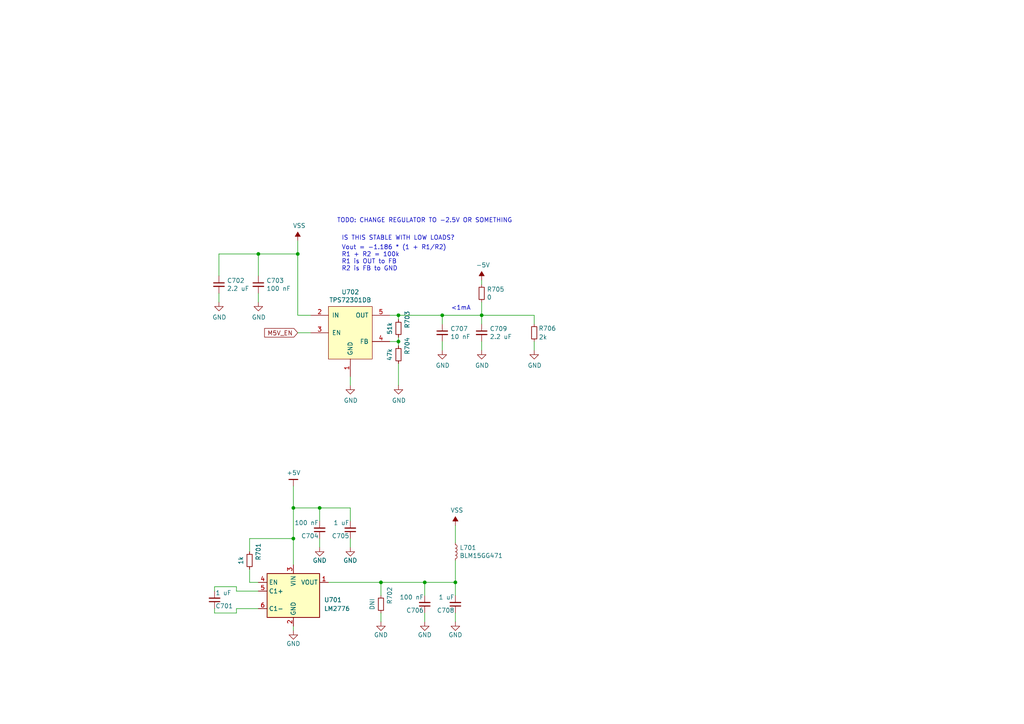
<source format=kicad_sch>
(kicad_sch (version 20201015) (generator eeschema)
  (paper "A4")
  (lib_symbols
    (symbol "Device:C_Small" (pin_numbers hide) (pin_names (offset 0.254) hide)
      (property "Reference" "C" (at 0.254 1.778 0))
      (property "Value" "C_Small" (at 0.254 -2.032 0))
      (symbol "C_Small_0_1"
        (polyline (pts (xy -1.524 -0.508) (xy 1.524 -0.508)) (stroke (width 0.3302)))
        (polyline (pts (xy -1.524 0.508) (xy 1.524 0.508)) (stroke (width 0.3048)))
      )
      (symbol "C_Small_1_1"
        (pin passive line (at 0 2.54 270) (length 2.032) (name "~") (number "1"))
        (pin passive line (at 0 -2.54 90) (length 2.032) (name "~") (number "2"))
      )
    )
    (symbol "Device:L_Small" (pin_numbers hide) (pin_names (offset 0.254) hide)
      (property "Reference" "L" (at 0.762 1.016 0))
      (property "Value" "L_Small" (at 0.762 -1.016 0))
      (symbol "L_Small_0_1"
        (arc (start 0 -2.032) (end 0 -1.016) (radius (at 0 -1.524) (length 0.508) (angles -89.9 89.9)))
        (arc (start 0 -1.016) (end 0 0) (radius (at 0 -0.508) (length 0.508) (angles -89.9 89.9)))
        (arc (start 0 0) (end 0 1.016) (radius (at 0 0.508) (length 0.508) (angles -89.9 89.9)))
        (arc (start 0 1.016) (end 0 2.032) (radius (at 0 1.524) (length 0.508) (angles -89.9 89.9)))
      )
      (symbol "L_Small_1_1"
        (pin passive line (at 0 2.54 270) (length 0.508) (name "~") (number "1"))
        (pin passive line (at 0 -2.54 90) (length 0.508) (name "~") (number "2"))
      )
    )
    (symbol "Device:R_Small" (pin_numbers hide) (pin_names (offset 0.254) hide)
      (property "Reference" "R" (at 0.762 0.508 0))
      (property "Value" "R_Small" (at 0.762 -1.016 0))
      (symbol "R_Small_0_1"
        (rectangle (start -0.762 1.778) (end 0.762 -1.778) (stroke (width 0.2032)))
      )
      (symbol "R_Small_1_1"
        (pin passive line (at 0 2.54 270) (length 0.762) (name "~") (number "1"))
        (pin passive line (at 0 -2.54 90) (length 0.762) (name "~") (number "2"))
      )
    )
    (symbol "Regulator_SwitchedCapacitor:LM2776"
      (property "Reference" "U" (at -6.35 6.35 0))
      (property "Value" "LM2776" (at 1.27 6.35 0))
      (symbol "LM2776_0_1"
        (rectangle (start -7.62 5.08) (end 7.62 -7.62) (stroke (width 0.254)) (fill (type background)))
      )
      (symbol "LM2776_1_1"
        (pin power_out line (at 10.16 2.54 180) (length 2.54) (name "VOUT") (number "1"))
        (pin power_in line (at 0 -10.16 90) (length 2.54) (name "GND") (number "2"))
        (pin power_in line (at 0 7.62 270) (length 2.54) (name "VIN") (number "3"))
        (pin input line (at -10.16 2.54 0) (length 2.54) (name "EN") (number "4"))
        (pin passive line (at -10.16 0 0) (length 2.54) (name "C1+") (number "5"))
        (pin passive line (at -10.16 -5.08 0) (length 2.54) (name "C1-") (number "6"))
      )
    )
    (symbol "gkl_power:+5V" (power) (pin_names (offset 0))
      (property "Value" "+5V" (at 0 3.175 0))
      (symbol "+5V_0_1"
        (polyline (pts (xy -1.27 1.905) (xy 1.27 1.905)) (stroke (width 0.3048)))
        (polyline (pts (xy 0 0) (xy 0 1.905)))
      )
      (symbol "+5V_1_1"
        (pin power_in line (at 0 0 90) (length 0) hide (name "+5V") (number "1"))
      )
    )
    (symbol "power:-5V" (power) (pin_names (offset 0))
      (property "Value" "-5V" (at 0 3.81 0))
      (symbol "-5V_0_0"
        (pin power_in line (at 0 0 90) (length 0) hide (name "-5V") (number "1"))
      )
      (symbol "-5V_0_1"
        (polyline (pts (xy 0 0) (xy 0 1.27) (xy 0.762 1.27) (xy 0 2.54) (xy -0.762 1.27) (xy 0 1.27)) (fill (type outline)))
      )
    )
    (symbol "power:GND" (power) (pin_names (offset 0))
      (property "Value" "GND" (at 0 -3.81 0))
      (symbol "GND_0_1"
        (polyline (pts (xy 0 0) (xy 0 -1.27) (xy 1.27 -1.27) (xy 0 -2.54) (xy -1.27 -1.27) (xy 0 -1.27)))
      )
      (symbol "GND_1_1"
        (pin power_in line (at 0 0 270) (length 0) hide (name "GND") (number "1"))
      )
    )
    (symbol "power:VSS" (power) (pin_names (offset 0))
      (property "Value" "VSS" (at 0 3.81 0))
      (symbol "VSS_0_1"
        (polyline (pts (xy 0 0) (xy 0 2.54)))
        (polyline (pts (xy 0.762 1.27) (xy -0.762 1.27) (xy 0 2.54) (xy 0.762 1.27)) (fill (type outline)))
      )
      (symbol "VSS_1_1"
        (pin power_in line (at 0 0 90) (length 0) hide (name "VSS") (number "1"))
      )
    )
    (symbol "vna_mm:TPS72301DB" (pin_names (offset 1.016))
      (property "Reference" "U" (at -7.62 7.62 0))
      (property "Value" "TPS72301DB" (at -2.54 10.16 0))
      (symbol "TPS72301DB_0_1"
        (rectangle (start -6.35 5.08) (end 6.35 -10.16) (fill (type background)))
      )
      (symbol "TPS72301DB_1_1"
        (pin power_in line (at 0 -15.24 90) (length 5.08) (name "GND") (number "1"))
        (pin power_in line (at -11.43 2.54 0) (length 5.08) (name "IN") (number "2"))
        (pin input line (at -11.43 -2.54 0) (length 5.08) (name "EN") (number "3"))
        (pin input line (at 11.43 -5.08 180) (length 5.08) (name "FB") (number "4"))
        (pin power_out line (at 11.43 2.54 180) (length 5.08) (name "OUT") (number "5"))
      )
    )
  )
  (junction (at 74.93 73.66) (diameter 0.9144))
  (junction (at 85.09 147.32) (diameter 0.9144))
  (junction (at 85.09 156.21) (diameter 0.9144))
  (junction (at 86.36 73.66) (diameter 0.9144))
  (junction (at 92.71 147.32) (diameter 0.9144))
  (junction (at 110.49 168.91) (diameter 0.9144))
  (junction (at 115.57 91.44) (diameter 0.9144))
  (junction (at 115.57 99.06) (diameter 0.9144))
  (junction (at 123.19 168.91) (diameter 0.9144))
  (junction (at 128.27 91.44) (diameter 0.9144))
  (junction (at 132.08 168.91) (diameter 0.9144))
  (junction (at 139.7 91.44) (diameter 0.9144))
  (wire (pts (xy 62.23 170.18) (xy 68.58 170.18)))
  (wire (pts (xy 62.23 171.45) (xy 62.23 170.18)))
  (wire (pts (xy 62.23 177.8) (xy 62.23 176.53)))
  (wire (pts (xy 63.5 73.66) (xy 63.5 80.01)))
  (wire (pts (xy 63.5 85.09) (xy 63.5 87.63)))
  (wire (pts (xy 68.58 170.18) (xy 68.58 171.45)))
  (wire (pts (xy 68.58 171.45) (xy 74.93 171.45)))
  (wire (pts (xy 68.58 176.53) (xy 68.58 177.8)))
  (wire (pts (xy 68.58 177.8) (xy 62.23 177.8)))
  (wire (pts (xy 72.39 156.21) (xy 85.09 156.21)))
  (wire (pts (xy 72.39 160.02) (xy 72.39 156.21)))
  (wire (pts (xy 72.39 168.91) (xy 72.39 165.1)))
  (wire (pts (xy 74.93 73.66) (xy 63.5 73.66)))
  (wire (pts (xy 74.93 73.66) (xy 74.93 80.01)))
  (wire (pts (xy 74.93 85.09) (xy 74.93 87.63)))
  (wire (pts (xy 74.93 168.91) (xy 72.39 168.91)))
  (wire (pts (xy 74.93 176.53) (xy 68.58 176.53)))
  (wire (pts (xy 85.09 140.97) (xy 85.09 147.32)))
  (wire (pts (xy 85.09 147.32) (xy 85.09 156.21)))
  (wire (pts (xy 85.09 147.32) (xy 92.71 147.32)))
  (wire (pts (xy 85.09 156.21) (xy 85.09 163.83)))
  (wire (pts (xy 85.09 181.61) (xy 85.09 182.88)))
  (wire (pts (xy 86.36 73.66) (xy 74.93 73.66)))
  (wire (pts (xy 86.36 73.66) (xy 86.36 69.85)))
  (wire (pts (xy 86.36 91.44) (xy 86.36 73.66)))
  (wire (pts (xy 86.36 96.52) (xy 90.17 96.52)))
  (wire (pts (xy 90.17 91.44) (xy 86.36 91.44)))
  (wire (pts (xy 92.71 147.32) (xy 101.6 147.32)))
  (wire (pts (xy 92.71 151.13) (xy 92.71 147.32)))
  (wire (pts (xy 92.71 156.21) (xy 92.71 158.75)))
  (wire (pts (xy 95.25 168.91) (xy 110.49 168.91)))
  (wire (pts (xy 101.6 109.22) (xy 101.6 111.76)))
  (wire (pts (xy 101.6 151.13) (xy 101.6 147.32)))
  (wire (pts (xy 101.6 158.75) (xy 101.6 156.21)))
  (wire (pts (xy 110.49 168.91) (xy 110.49 172.72)))
  (wire (pts (xy 110.49 168.91) (xy 123.19 168.91)))
  (wire (pts (xy 110.49 180.34) (xy 110.49 177.8)))
  (wire (pts (xy 113.03 91.44) (xy 115.57 91.44)))
  (wire (pts (xy 113.03 99.06) (xy 115.57 99.06)))
  (wire (pts (xy 115.57 91.44) (xy 115.57 92.71)))
  (wire (pts (xy 115.57 91.44) (xy 128.27 91.44)))
  (wire (pts (xy 115.57 99.06) (xy 115.57 97.79)))
  (wire (pts (xy 115.57 99.06) (xy 115.57 100.33)))
  (wire (pts (xy 115.57 105.41) (xy 115.57 111.76)))
  (wire (pts (xy 123.19 168.91) (xy 132.08 168.91)))
  (wire (pts (xy 123.19 172.72) (xy 123.19 168.91)))
  (wire (pts (xy 123.19 177.8) (xy 123.19 180.34)))
  (wire (pts (xy 128.27 91.44) (xy 128.27 93.98)))
  (wire (pts (xy 128.27 91.44) (xy 139.7 91.44)))
  (wire (pts (xy 128.27 99.06) (xy 128.27 101.6)))
  (wire (pts (xy 132.08 152.4) (xy 132.08 157.48)))
  (wire (pts (xy 132.08 162.56) (xy 132.08 168.91)))
  (wire (pts (xy 132.08 172.72) (xy 132.08 168.91)))
  (wire (pts (xy 132.08 180.34) (xy 132.08 177.8)))
  (wire (pts (xy 139.7 81.28) (xy 139.7 82.55)))
  (wire (pts (xy 139.7 87.63) (xy 139.7 91.44)))
  (wire (pts (xy 139.7 91.44) (xy 139.7 93.98)))
  (wire (pts (xy 139.7 91.44) (xy 154.94 91.44)))
  (wire (pts (xy 139.7 101.6) (xy 139.7 99.06)))
  (wire (pts (xy 154.94 91.44) (xy 154.94 93.98)))
  (wire (pts (xy 154.94 99.06) (xy 154.94 101.6)))
  (text "IS THIS STABLE WITH LOW LOADS?" (at 99.06 69.85 0) (effects (font (size 1.27 1.27)) (justify left bottom)))
  (text "Vout = -1.186 * (1 + R1/R2)\nR1 + R2 = 100k\nR1 is OUT to FB\nR2 is FB to GND" (at 99.06 78.74 0) (effects (font (size 1.27 1.27)) (justify left bottom)))
  (text "<1mA" (at 130.81 90.17 0) (effects (font (size 1.27 1.27)) (justify left bottom)))
  (text "TODO: CHANGE REGULATOR TO -2.5V OR SOMETHING" (at 148.59 64.77 180) (effects (font (size 1.27 1.27)) (justify right bottom)))
  (global_label "M5V_EN" (shape input) (at 86.36 96.52 180) (property "Intersheet References" "${INTERSHEET_REFS}" (effects hide)))
  (symbol (lib_id "Device:L_Small") (at 132.08 160.02 0) (unit 1)
    (property "Reference" "L701" (at 133.2992 158.8516 0) (effects (justify left)))
    (property "Value" "BLM15GG471" (at 133.2992 161.163 0) (effects (justify left)))
    (property "Footprint" "Inductor_SMD:L_0402_1005Metric" (effects hide))
  )
  (symbol (lib_id "power:VSS") (at 86.36 69.85 0) (unit 1)
    (property "Reference" "#PWR0262" (effects hide))
    (property "Value" "VSS" (at 86.7918 65.4558 0))
  )
  (symbol (lib_id "power:VSS") (at 132.08 152.4 0) (unit 1)
    (property "Reference" "#PWR0269" (effects hide))
    (property "Value" "VSS" (at 132.5118 148.0058 0))
  )
  (symbol (lib_id "power:-5V") (at 139.7 81.28 0) (unit 1)
    (property "Reference" "#PWR0267" (effects hide))
    (property "Value" "-5V" (at 140.081 76.8858 0))
  )
  (symbol (lib_id "gkl_power:+5V") (at 85.09 140.97 0) (unit 1)
    (property "Reference" "#PWR0297" (effects hide))
    (property "Value" "+5V" (at 85.1662 137.1346 0))
  )
  (symbol (lib_id "power:GND") (at 63.5 87.63 0) (unit 1)
    (property "Reference" "#PWR0264" (effects hide))
    (property "Value" "GND" (at 63.627 92.0242 0))
  )
  (symbol (lib_id "power:GND") (at 74.93 87.63 0) (unit 1)
    (property "Reference" "#PWR0263" (effects hide))
    (property "Value" "GND" (at 75.057 92.0242 0))
  )
  (symbol (lib_id "power:GND") (at 85.09 182.88 0) (unit 1)
    (property "Reference" "#PWR0276" (effects hide))
    (property "Value" "GND" (at 85.09 186.69 0))
  )
  (symbol (lib_id "power:GND") (at 92.71 158.75 0) (unit 1)
    (property "Reference" "#PWR0275" (effects hide))
    (property "Value" "GND" (at 92.71 162.56 0))
  )
  (symbol (lib_id "power:GND") (at 101.6 111.76 0) (unit 1)
    (property "Reference" "#PWR0271" (effects hide))
    (property "Value" "GND" (at 101.727 116.1542 0))
  )
  (symbol (lib_id "power:GND") (at 101.6 158.75 0) (unit 1)
    (property "Reference" "#PWR0278" (effects hide))
    (property "Value" "GND" (at 101.6 162.56 0))
  )
  (symbol (lib_id "power:GND") (at 110.49 180.34 0) (unit 1)
    (property "Reference" "#PWR0277" (effects hide))
    (property "Value" "GND" (at 110.49 184.15 0))
  )
  (symbol (lib_id "power:GND") (at 115.57 111.76 0) (unit 1)
    (property "Reference" "#PWR0272" (effects hide))
    (property "Value" "GND" (at 115.697 116.1542 0))
  )
  (symbol (lib_id "power:GND") (at 123.19 180.34 0) (unit 1)
    (property "Reference" "#PWR0274" (effects hide))
    (property "Value" "GND" (at 123.19 184.15 0))
  )
  (symbol (lib_id "power:GND") (at 128.27 101.6 0) (unit 1)
    (property "Reference" "#PWR0265" (effects hide))
    (property "Value" "GND" (at 128.397 105.9942 0))
  )
  (symbol (lib_id "power:GND") (at 132.08 180.34 0) (unit 1)
    (property "Reference" "#PWR0270" (effects hide))
    (property "Value" "GND" (at 132.08 184.15 0))
  )
  (symbol (lib_id "power:GND") (at 139.7 101.6 0) (unit 1)
    (property "Reference" "#PWR0266" (effects hide))
    (property "Value" "GND" (at 139.827 105.9942 0))
  )
  (symbol (lib_id "power:GND") (at 154.94 101.6 0) (unit 1)
    (property "Reference" "#PWR0268" (effects hide))
    (property "Value" "GND" (at 155.067 105.9942 0))
  )
  (symbol (lib_id "Device:R_Small") (at 72.39 162.56 0) (unit 1)
    (property "Reference" "R701" (at 74.93 160.02 90))
    (property "Value" "1k" (at 69.85 162.56 90))
    (property "Footprint" "Resistor_SMD:R_0402_1005Metric" (effects hide))
  )
  (symbol (lib_id "Device:R_Small") (at 110.49 175.26 0) (unit 1)
    (property "Reference" "R702" (at 113.03 172.72 90))
    (property "Value" "DNI" (at 107.95 175.26 90))
    (property "Footprint" "Resistor_SMD:R_0402_1005Metric" (effects hide))
  )
  (symbol (lib_id "Device:R_Small") (at 115.57 95.25 0) (unit 1)
    (property "Reference" "R703" (at 118.11 92.71 90))
    (property "Value" "51k" (at 113.03 95.25 90))
    (property "Footprint" "Resistor_SMD:R_0402_1005Metric" (effects hide))
  )
  (symbol (lib_id "Device:R_Small") (at 115.57 102.87 0) (unit 1)
    (property "Reference" "R704" (at 118.11 100.33 90))
    (property "Value" "47k" (at 113.03 102.87 90))
    (property "Footprint" "Resistor_SMD:R_0402_1005Metric" (effects hide))
    (property "DIST_PN" "311-21.0KLRCT-ND‎" (effects hide))
  )
  (symbol (lib_id "Device:R_Small") (at 139.7 85.09 180) (unit 1)
    (property "Reference" "R705" (at 141.1986 83.9216 0) (effects (justify right)))
    (property "Value" "0" (at 141.1986 86.233 0) (effects (justify right)))
    (property "Footprint" "Resistor_SMD:R_0603_1608Metric" (effects hide))
  )
  (symbol (lib_id "Device:R_Small") (at 154.94 96.52 0) (unit 1)
    (property "Reference" "R706" (at 158.75 95.25 0))
    (property "Value" "2k" (at 157.48 97.79 0))
    (property "Footprint" "Resistor_SMD:R_0402_1005Metric" (effects hide))
  )
  (symbol (lib_id "Device:C_Small") (at 62.23 173.99 0) (mirror x) (unit 1)
    (property "Reference" "C701" (at 62.484 175.768 0) (effects (justify left)))
    (property "Value" "1 uF" (at 62.484 171.958 0) (effects (justify left)))
    (property "Footprint" "Capacitor_SMD:C_0402_1005Metric" (effects hide))
  )
  (symbol (lib_id "Device:C_Small") (at 63.5 82.55 0) (unit 1)
    (property "Reference" "C702" (at 65.8368 81.3816 0) (effects (justify left)))
    (property "Value" "2.2 uF" (at 65.8368 83.693 0) (effects (justify left)))
    (property "Footprint" "Capacitor_SMD:C_0603_1608Metric" (effects hide))
  )
  (symbol (lib_id "Device:C_Small") (at 74.93 82.55 0) (unit 1)
    (property "Reference" "C703" (at 77.2668 81.3816 0) (effects (justify left)))
    (property "Value" "100 nF" (at 77.2668 83.693 0) (effects (justify left)))
    (property "Footprint" "Capacitor_SMD:C_0402_1005Metric" (effects hide))
  )
  (symbol (lib_id "Device:C_Small") (at 92.71 153.67 180) (unit 1)
    (property "Reference" "C704" (at 92.456 155.448 0) (effects (justify left)))
    (property "Value" "100 nF" (at 92.456 151.638 0) (effects (justify left)))
    (property "Footprint" "Capacitor_SMD:C_0402_1005Metric" (effects hide))
  )
  (symbol (lib_id "Device:C_Small") (at 101.6 153.67 180) (unit 1)
    (property "Reference" "C705" (at 101.346 155.448 0) (effects (justify left)))
    (property "Value" "1 uF" (at 101.346 151.638 0) (effects (justify left)))
    (property "Footprint" "Capacitor_SMD:C_0402_1005Metric" (effects hide))
  )
  (symbol (lib_id "Device:C_Small") (at 123.19 175.26 180) (unit 1)
    (property "Reference" "C706" (at 122.936 177.038 0) (effects (justify left)))
    (property "Value" "100 nF" (at 122.936 173.228 0) (effects (justify left)))
    (property "Footprint" "Capacitor_SMD:C_0402_1005Metric" (effects hide))
  )
  (symbol (lib_id "Device:C_Small") (at 128.27 96.52 0) (unit 1)
    (property "Reference" "C707" (at 130.6068 95.3516 0) (effects (justify left)))
    (property "Value" "10 nF" (at 130.6068 97.663 0) (effects (justify left)))
    (property "Footprint" "Capacitor_SMD:C_0402_1005Metric" (effects hide))
  )
  (symbol (lib_id "Device:C_Small") (at 132.08 175.26 180) (unit 1)
    (property "Reference" "C708" (at 131.826 177.038 0) (effects (justify left)))
    (property "Value" "1 uF" (at 131.826 173.228 0) (effects (justify left)))
    (property "Footprint" "Capacitor_SMD:C_0402_1005Metric" (effects hide))
  )
  (symbol (lib_id "Device:C_Small") (at 139.7 96.52 0) (unit 1)
    (property "Reference" "C709" (at 142.0368 95.3516 0) (effects (justify left)))
    (property "Value" "2.2 uF" (at 142.0368 97.663 0) (effects (justify left)))
    (property "Footprint" "Capacitor_SMD:C_0603_1608Metric" (effects hide))
  )
  (symbol (lib_id "Regulator_SwitchedCapacitor:LM2776") (at 85.09 171.45 0) (unit 1)
    (property "Reference" "U701" (at 93.98 173.99 0) (effects (justify left)))
    (property "Value" "LM2776" (at 93.98 176.53 0) (effects (justify left)))
    (property "Footprint" "Package_TO_SOT_SMD:SOT-23-6" (effects hide))
    (property "Datasheet" "http://www.ti.com/lit/ds/symlink/lm2776.pdf" (effects hide))
    (property "DIST_PN" "296-43957-1-ND" (effects hide))
  )
  (symbol (lib_id "vna_mm:TPS72301DB") (at 101.6 93.98 0) (unit 1)
    (property "Reference" "U702" (at 101.6 84.709 0))
    (property "Value" "TPS72301DB" (at 101.6 87.0204 0))
    (property "Footprint" "Package_TO_SOT_SMD:SOT-23-5" (effects hide))
    (property "Datasheet" "http://www.ti.com/lit/ds/symlink/tps723.pdf" (effects hide))
    (property "DIST_PN" "‎296-46478-1-ND‎" (effects hide))
  )
)
</source>
